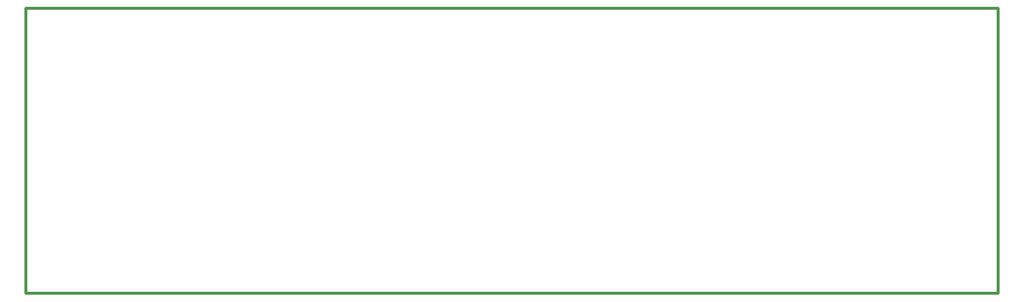
<source format=gm1>
G04 Layer_Color=16711935*
%FSLAX25Y25*%
%MOIN*%
G70*
G01*
G75*
%ADD35C,0.02000*%
D35*
X-2000Y-1000D02*
Y194000D01*
X662000D01*
Y-1000D02*
Y194000D01*
X-2000Y-1000D02*
X662000D01*
M02*

</source>
